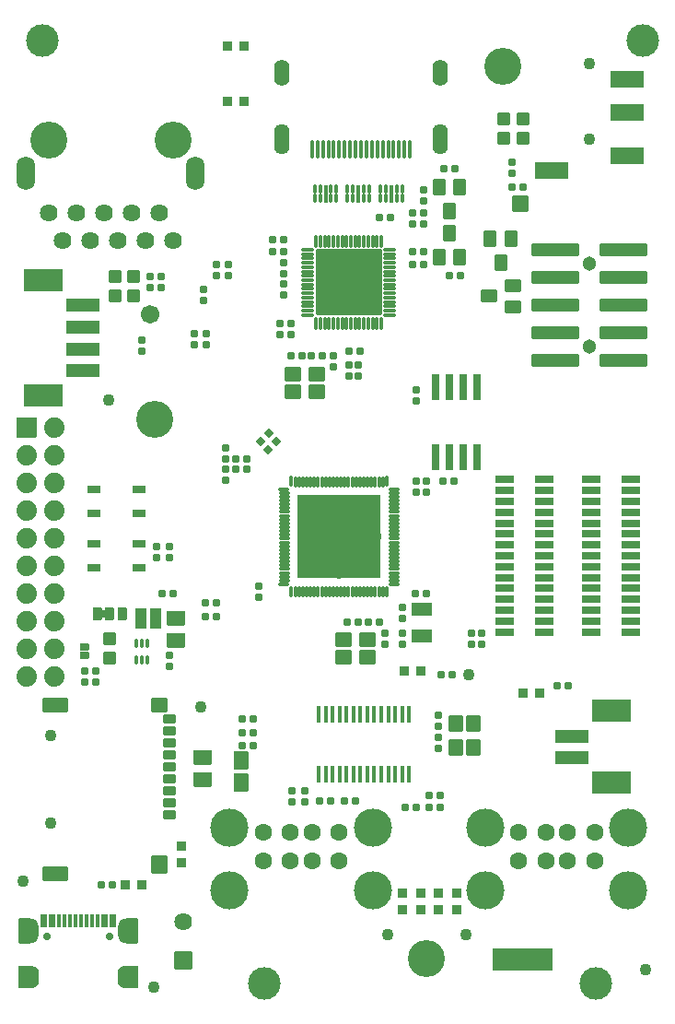
<source format=gbr>
%TF.GenerationSoftware,KiCad,Pcbnew,7.0.9-7.0.9~ubuntu22.04.1*%
%TF.CreationDate,2026-01-29T14:23:22+02:00*%
%TF.ProjectId,ESP32-P4-PC_Rev_B,45535033-322d-4503-942d-50435f526576,B*%
%TF.SameCoordinates,PX80befc0PY7459280*%
%TF.FileFunction,Soldermask,Top*%
%TF.FilePolarity,Negative*%
%FSLAX46Y46*%
G04 Gerber Fmt 4.6, Leading zero omitted, Abs format (unit mm)*
G04 Created by KiCad (PCBNEW 7.0.9-7.0.9~ubuntu22.04.1) date 2026-01-29 14:23:22*
%MOMM*%
%LPD*%
G01*
G04 APERTURE LIST*
G04 Aperture macros list*
%AMRoundRect*
0 Rectangle with rounded corners*
0 $1 Rounding radius*
0 $2 $3 $4 $5 $6 $7 $8 $9 X,Y pos of 4 corners*
0 Add a 4 corners polygon primitive as box body*
4,1,4,$2,$3,$4,$5,$6,$7,$8,$9,$2,$3,0*
0 Add four circle primitives for the rounded corners*
1,1,$1+$1,$2,$3*
1,1,$1+$1,$4,$5*
1,1,$1+$1,$6,$7*
1,1,$1+$1,$8,$9*
0 Add four rect primitives between the rounded corners*
20,1,$1+$1,$2,$3,$4,$5,0*
20,1,$1+$1,$4,$5,$6,$7,0*
20,1,$1+$1,$6,$7,$8,$9,0*
20,1,$1+$1,$8,$9,$2,$3,0*%
G04 Aperture macros list end*
%ADD10C,0.100000*%
%ADD11RoundRect,0.050800X-0.150000X-0.575000X0.150000X-0.575000X0.150000X0.575000X-0.150000X0.575000X0*%
%ADD12RoundRect,0.050800X-0.125000X-0.575000X0.125000X-0.575000X0.125000X0.575000X-0.125000X0.575000X0*%
%ADD13RoundRect,0.050800X-0.550000X-1.000000X0.550000X-1.000000X0.550000X1.000000X-0.550000X1.000000X0*%
%ADD14O,1.401600X2.101600*%
%ADD15RoundRect,0.050800X-0.550000X-1.100000X0.550000X-1.100000X0.550000X1.100000X-0.550000X1.100000X0*%
%ADD16O,1.301600X2.301600*%
%ADD17C,0.701600*%
%ADD18RoundRect,0.050800X-0.275000X0.250000X-0.275000X-0.250000X0.275000X-0.250000X0.275000X0.250000X0*%
%ADD19RoundRect,0.050800X0.275000X-0.250000X0.275000X0.250000X-0.275000X0.250000X-0.275000X-0.250000X0*%
%ADD20RoundRect,0.050800X0.500000X-0.700000X0.500000X0.700000X-0.500000X0.700000X-0.500000X-0.700000X0*%
%ADD21C,1.101600*%
%ADD22RoundRect,0.050800X0.250000X0.275000X-0.250000X0.275000X-0.250000X-0.275000X0.250000X-0.275000X0*%
%ADD23RoundRect,0.050800X-0.250000X-0.275000X0.250000X-0.275000X0.250000X0.275000X-0.250000X0.275000X0*%
%ADD24RoundRect,0.050800X0.825000X-0.300000X0.825000X0.300000X-0.825000X0.300000X-0.825000X-0.300000X0*%
%ADD25O,1.401600X2.401600*%
%ADD26O,1.401600X2.801600*%
%ADD27RoundRect,0.050800X0.125000X-0.800000X0.125000X0.800000X-0.125000X0.800000X-0.125000X-0.800000X0*%
%ADD28RoundRect,0.050800X0.400000X0.400000X-0.400000X0.400000X-0.400000X-0.400000X0.400000X-0.400000X0*%
%ADD29RoundRect,0.050800X-0.525000X-0.325000X0.525000X-0.325000X0.525000X0.325000X-0.525000X0.325000X0*%
%ADD30RoundRect,0.050800X-0.400000X0.400000X-0.400000X-0.400000X0.400000X-0.400000X0.400000X0.400000X0*%
%ADD31RoundRect,0.050800X-0.450000X-0.900000X0.450000X-0.900000X0.450000X0.900000X-0.450000X0.900000X0*%
%ADD32RoundRect,0.050800X0.762000X0.635000X-0.762000X0.635000X-0.762000X-0.635000X0.762000X-0.635000X0*%
%ADD33RoundRect,0.050800X-0.508000X0.508000X-0.508000X-0.508000X0.508000X-0.508000X0.508000X0.508000X0*%
%ADD34RoundRect,0.050800X0.700000X0.600000X-0.700000X0.600000X-0.700000X-0.600000X0.700000X-0.600000X0*%
%ADD35RoundRect,0.050800X-0.500000X0.700000X-0.500000X-0.700000X0.500000X-0.700000X0.500000X0.700000X0*%
%ADD36C,1.301600*%
%ADD37RoundRect,0.050800X-2.125000X-0.500000X2.125000X-0.500000X2.125000X0.500000X-2.125000X0.500000X0*%
%ADD38RoundRect,0.050800X0.900000X-0.500000X0.900000X0.500000X-0.900000X0.500000X-0.900000X-0.500000X0*%
%ADD39RoundRect,0.050800X-0.371231X-0.017678X-0.017678X-0.371231X0.371231X0.017678X0.017678X0.371231X0*%
%ADD40RoundRect,0.050800X0.371231X0.017678X0.017678X0.371231X-0.371231X-0.017678X-0.017678X-0.371231X0*%
%ADD41RoundRect,0.050800X0.425000X0.087500X-0.425000X0.087500X-0.425000X-0.087500X0.425000X-0.087500X0*%
%ADD42RoundRect,0.050800X0.450000X0.087500X-0.450000X0.087500X-0.450000X-0.087500X0.450000X-0.087500X0*%
%ADD43RoundRect,0.050800X-0.087500X0.425000X-0.087500X-0.425000X0.087500X-0.425000X0.087500X0.425000X0*%
%ADD44RoundRect,0.050800X-0.087500X0.450000X-0.087500X-0.450000X0.087500X-0.450000X0.087500X0.450000X0*%
%ADD45C,1.701600*%
%ADD46C,2.501600*%
%ADD47RoundRect,0.050800X3.800000X3.800000X-3.800000X3.800000X-3.800000X-3.800000X3.800000X-3.800000X0*%
%ADD48RoundRect,0.050800X-0.100000X-0.337500X0.100000X-0.337500X0.100000X0.337500X-0.100000X0.337500X0*%
%ADD49RoundRect,0.050800X-0.150000X-0.387500X0.150000X-0.387500X0.150000X0.387500X-0.150000X0.387500X0*%
%ADD50RoundRect,0.050800X0.508000X-0.508000X0.508000X0.508000X-0.508000X0.508000X-0.508000X-0.508000X0*%
%ADD51RoundRect,0.050800X-0.160000X0.750000X-0.160000X-0.750000X0.160000X-0.750000X0.160000X0.750000X0*%
%ADD52C,3.501600*%
%ADD53C,1.601600*%
%ADD54RoundRect,0.050800X1.750000X-1.000000X1.750000X1.000000X-1.750000X1.000000X-1.750000X-1.000000X0*%
%ADD55RoundRect,0.050800X1.500000X-0.500000X1.500000X0.500000X-1.500000X0.500000X-1.500000X-0.500000X0*%
%ADD56C,3.000000*%
%ADD57RoundRect,0.050800X-0.300000X-1.100000X0.300000X-1.100000X0.300000X1.100000X-0.300000X1.100000X0*%
%ADD58RoundRect,0.050800X-0.400000X-0.400000X0.400000X-0.400000X0.400000X0.400000X-0.400000X0.400000X0*%
%ADD59RoundRect,0.050800X-0.125000X0.350000X-0.125000X-0.350000X0.125000X-0.350000X0.125000X0.350000X0*%
%ADD60RoundRect,0.050800X-0.762000X-0.635000X0.762000X-0.635000X0.762000X0.635000X-0.762000X0.635000X0*%
%ADD61RoundRect,0.050800X0.500000X0.100000X-0.500000X0.100000X-0.500000X-0.100000X0.500000X-0.100000X0*%
%ADD62RoundRect,0.050800X0.500000X-0.100000X0.500000X0.100000X-0.500000X0.100000X-0.500000X-0.100000X0*%
%ADD63RoundRect,0.050800X0.100000X0.500000X-0.100000X0.500000X-0.100000X-0.500000X0.100000X-0.500000X0*%
%ADD64RoundRect,0.050800X0.100000X-0.500000X0.100000X0.500000X-0.100000X0.500000X-0.100000X-0.500000X0*%
%ADD65C,1.901600*%
%ADD66RoundRect,0.050800X3.000000X3.000000X-3.000000X3.000000X-3.000000X-3.000000X3.000000X-3.000000X0*%
%ADD67C,3.401601*%
%ADD68O,1.701600X3.101599*%
%ADD69C,1.625600*%
%ADD70RoundRect,0.050800X-0.700000X-0.500000X0.700000X-0.500000X0.700000X0.500000X-0.700000X0.500000X0*%
%ADD71RoundRect,0.050800X0.600000X-0.700000X0.600000X0.700000X-0.600000X0.700000X-0.600000X-0.700000X0*%
%ADD72RoundRect,0.050800X0.550000X-0.350000X0.550000X0.350000X-0.550000X0.350000X-0.550000X-0.350000X0*%
%ADD73RoundRect,0.050800X0.700000X-0.600000X0.700000X0.600000X-0.700000X0.600000X-0.700000X-0.600000X0*%
%ADD74RoundRect,0.050800X0.700000X-0.800000X0.700000X0.800000X-0.700000X0.800000X-0.700000X-0.800000X0*%
%ADD75RoundRect,0.050800X1.100000X-0.600000X1.100000X0.600000X-1.100000X0.600000X-1.100000X-0.600000X0*%
%ADD76RoundRect,0.050800X0.635000X-0.762000X0.635000X0.762000X-0.635000X0.762000X-0.635000X-0.762000X0*%
%ADD77RoundRect,0.050800X-1.500000X0.750000X-1.500000X-0.750000X1.500000X-0.750000X1.500000X0.750000X0*%
%ADD78RoundRect,0.050800X-0.762000X0.762000X-0.762000X-0.762000X0.762000X-0.762000X0.762000X0.762000X0*%
%ADD79RoundRect,0.050800X-1.500000X0.500000X-1.500000X-0.500000X1.500000X-0.500000X1.500000X0.500000X0*%
%ADD80RoundRect,0.050800X-1.750000X1.000000X-1.750000X-1.000000X1.750000X-1.000000X1.750000X1.000000X0*%
%ADD81RoundRect,0.050800X0.508000X0.508000X-0.508000X0.508000X-0.508000X-0.508000X0.508000X-0.508000X0*%
%ADD82RoundRect,0.050800X-0.889000X0.889000X-0.889000X-0.889000X0.889000X-0.889000X0.889000X0.889000X0*%
%ADD83C,1.879600*%
%ADD84RoundRect,0.050800X0.400000X-0.400000X0.400000X0.400000X-0.400000X0.400000X-0.400000X-0.400000X0*%
%ADD85C,3.401600*%
%ADD86RoundRect,0.050800X-0.381000X-0.508000X0.381000X-0.508000X0.381000X0.508000X-0.381000X0.508000X0*%
%ADD87RoundRect,0.050800X-0.254000X-0.254000X0.254000X-0.254000X0.254000X0.254000X-0.254000X0.254000X0*%
%ADD88RoundRect,0.050800X0.381000X-0.254000X0.381000X0.254000X-0.381000X0.254000X-0.381000X-0.254000X0*%
%ADD89RoundRect,0.050800X-0.700000X0.700000X-0.700000X-0.700000X0.700000X-0.700000X0.700000X0.700000X0*%
G04 APERTURE END LIST*
D10*
X44578000Y4906000D02*
X50039000Y4906000D01*
X50039000Y3001000D01*
X44578000Y3001000D01*
X44578000Y4906000D01*
G36*
X44578000Y4906000D02*
G01*
X50039000Y4906000D01*
X50039000Y3001000D01*
X44578000Y3001000D01*
X44578000Y4906000D01*
G37*
D11*
%TO.C,USB-Serial/JTAG1*%
X3425000Y7432000D03*
X4225000Y7432000D03*
D12*
X4750000Y7432000D03*
X5750000Y7432000D03*
X7250000Y7432000D03*
X8250000Y7432000D03*
D11*
X8775000Y7432000D03*
X9575000Y7432000D03*
X9825000Y7432000D03*
X9025000Y7432000D03*
D12*
X7750000Y7432000D03*
X6750000Y7432000D03*
X6250000Y7432000D03*
X5250000Y7432000D03*
D11*
X3975000Y7432000D03*
X3175000Y7432000D03*
D13*
X1572400Y2350000D03*
D14*
X2180000Y2350000D03*
X10820000Y2350000D03*
D13*
X11427600Y2350000D03*
D15*
X1572400Y6530000D03*
D16*
X2180000Y6530000D03*
X10820000Y6530000D03*
D15*
X11427600Y6530000D03*
D17*
X3610000Y6030000D03*
X9390000Y6030000D03*
%TD*%
D18*
%TO.C,C73*%
X39625000Y25353000D03*
D19*
X39625000Y26369000D03*
%TD*%
D20*
%TO.C,FET7*%
X41590960Y74847440D03*
X39688500Y74847440D03*
X40643540Y72637640D03*
%TD*%
D21*
%TO.C,+5V1*%
X34926000Y6176000D03*
%TD*%
D22*
%TO.C,R86*%
X40641000Y66755000D03*
D23*
X41657000Y66755000D03*
%TD*%
D24*
%TO.C,MIPI-CSI1*%
X45675000Y48000000D03*
X45675000Y47000000D03*
X45675000Y46000000D03*
X45675000Y45000000D03*
X45675000Y44000000D03*
X45675000Y43000000D03*
X45675000Y42000000D03*
X45675000Y41000000D03*
X45675000Y40000000D03*
X45675000Y39000000D03*
X45675000Y38000000D03*
X45675000Y37000000D03*
X45675000Y36000000D03*
X45675000Y35000000D03*
X45675000Y34000000D03*
X49325000Y34000000D03*
X49325000Y35000000D03*
X49325000Y36000000D03*
X49325000Y37000000D03*
X49325000Y38000000D03*
X49325000Y39000000D03*
X49325000Y40000000D03*
X49325000Y41000000D03*
X49325000Y42000000D03*
X49325000Y43000000D03*
X49325000Y44000000D03*
X49325000Y45000000D03*
X49325000Y46000000D03*
X49325000Y47000000D03*
X49325000Y48000000D03*
%TD*%
D25*
%TO.C,HDMI1*%
X25200000Y85350000D03*
D26*
X25200000Y79300000D03*
D25*
X39800000Y85350000D03*
D26*
X39800000Y79300000D03*
D27*
X28000000Y78350000D03*
X28500000Y78350000D03*
X29000000Y78350000D03*
X29500000Y78350000D03*
X30000000Y78350000D03*
X30500000Y78350000D03*
X31000000Y78350000D03*
X31500000Y78350000D03*
X32000000Y78350000D03*
X32500000Y78350000D03*
X33000000Y78350000D03*
X33500000Y78350000D03*
X34000000Y78350000D03*
X34500000Y78350000D03*
X35000000Y78350000D03*
X35500000Y78350000D03*
X36000000Y78350000D03*
X36500000Y78350000D03*
X37000000Y78350000D03*
%TD*%
D28*
%TO.C,USER_LED1*%
X36450000Y30433000D03*
X37974000Y30433000D03*
%TD*%
D19*
%TO.C,C28*%
X20067000Y48975000D03*
D18*
X20067000Y47959000D03*
%TD*%
D28*
%TO.C,LED_LINK1*%
X20194000Y87837000D03*
X21718000Y87837000D03*
%TD*%
D19*
%TO.C,C38*%
X37593000Y56214000D03*
D18*
X37593000Y55198000D03*
%TD*%
D22*
%TO.C,C114*%
X26036000Y59389000D03*
D23*
X27052000Y59389000D03*
%TD*%
D29*
%TO.C,BOOT1*%
X7925000Y42075000D03*
X12075000Y42075000D03*
X7925000Y39925000D03*
X12075000Y39925000D03*
%TD*%
D23*
%TO.C,R64*%
X47372000Y74883000D03*
D22*
X46356000Y74883000D03*
%TD*%
D19*
%TO.C,R21*%
X18035000Y65485000D03*
D18*
X18035000Y64469000D03*
%TD*%
D22*
%TO.C,R74*%
X36577000Y17860000D03*
D23*
X37593000Y17860000D03*
%TD*%
D22*
%TO.C,R94*%
X7113000Y30433000D03*
D23*
X8129000Y30433000D03*
%TD*%
D30*
%TO.C,LED_HOST3*%
X39625000Y8462000D03*
X39625000Y9986000D03*
%TD*%
D22*
%TO.C,R12*%
X21591000Y24718000D03*
D23*
X22607000Y24718000D03*
%TD*%
D19*
%TO.C,C107*%
X26036000Y62310000D03*
D18*
X26036000Y61294000D03*
%TD*%
D22*
%TO.C,R26*%
X20956000Y49864000D03*
D23*
X21972000Y49864000D03*
%TD*%
D31*
%TO.C,L4*%
X12255000Y35259000D03*
X13655000Y35259000D03*
%TD*%
D32*
%TO.C,C14*%
X17908000Y20400000D03*
X17908000Y22432000D03*
%TD*%
D33*
%TO.C,C35*%
X9399000Y33354000D03*
X9399000Y31576000D03*
%TD*%
D34*
%TO.C,Q6*%
X28406000Y57649000D03*
X26206000Y56049000D03*
X28406000Y56049000D03*
X26206000Y57649000D03*
%TD*%
D18*
%TO.C,R85*%
X31370000Y57484000D03*
D19*
X31370000Y58500000D03*
%TD*%
D34*
%TO.C,Q3*%
X33105000Y33265000D03*
X30905000Y31665000D03*
X33105000Y31665000D03*
X30905000Y33265000D03*
%TD*%
D19*
%TO.C,R69*%
X27306000Y19384000D03*
D18*
X27306000Y18368000D03*
%TD*%
D35*
%TO.C,FET8*%
X39691040Y68441560D03*
X41593500Y68441560D03*
X40638460Y70651360D03*
%TD*%
D23*
%TO.C,R87*%
X28957000Y59389000D03*
D22*
X27941000Y59389000D03*
%TD*%
D18*
%TO.C,C1*%
X36323000Y32846000D03*
D19*
X36323000Y33862000D03*
%TD*%
%TO.C,R84*%
X38228000Y72470000D03*
D18*
X38228000Y71454000D03*
%TD*%
D28*
%TO.C,LED_ACT1*%
X20194000Y82757000D03*
X21718000Y82757000D03*
%TD*%
D23*
%TO.C,R48*%
X41022000Y47832000D03*
D22*
X40006000Y47832000D03*
%TD*%
D19*
%TO.C,C72*%
X39625000Y24337000D03*
D18*
X39625000Y23321000D03*
%TD*%
D36*
%TO.C,UEXT1*%
X53500000Y67810000D03*
X53500000Y60190000D03*
D37*
X50375000Y69080000D03*
X56625000Y69080000D03*
X50375000Y66540000D03*
X56625000Y66540000D03*
X50375000Y64000000D03*
X56625000Y64000000D03*
X50375000Y61460000D03*
X56625000Y61460000D03*
X50375000Y58920000D03*
X56625000Y58920000D03*
%TD*%
D38*
%TO.C,Q1*%
X38101000Y33628000D03*
X38101000Y36128000D03*
%TD*%
D23*
%TO.C,C106*%
X32386000Y59770000D03*
D22*
X31370000Y59770000D03*
%TD*%
D39*
%TO.C,R15*%
X23982210Y50774790D03*
D40*
X23263790Y51493210D03*
%TD*%
D18*
%TO.C,C113*%
X29973000Y58373000D03*
D19*
X29973000Y59389000D03*
%TD*%
D30*
%TO.C,LED_HOST4*%
X41276000Y8462000D03*
X41276000Y9986000D03*
%TD*%
D41*
%TO.C,U1*%
X35556000Y38377000D03*
D42*
X35531000Y38727000D03*
X35531000Y39077000D03*
X35531000Y39427000D03*
X35531000Y39777000D03*
X35531000Y40127000D03*
X35531000Y40477000D03*
X35531000Y40827000D03*
X35531000Y41177000D03*
X35531000Y41527000D03*
X35531000Y41877000D03*
X35531000Y42227000D03*
X35531000Y42577000D03*
X35531000Y42927000D03*
X35531000Y43277000D03*
X35531000Y43627000D03*
X35531000Y43977000D03*
X35531000Y44327000D03*
X35531000Y44677000D03*
X35531000Y45027000D03*
X35531000Y45377000D03*
X35531000Y45727000D03*
X35531000Y46077000D03*
X35531000Y46427000D03*
X35531000Y46777000D03*
D41*
X35556000Y47127000D03*
D43*
X34856000Y47827000D03*
D44*
X34506000Y47802000D03*
X34156000Y47802000D03*
X33806000Y47802000D03*
X33456000Y47802000D03*
X33106000Y47802000D03*
X32756000Y47802000D03*
X32406000Y47802000D03*
X32056000Y47802000D03*
X31706000Y47802000D03*
X31356000Y47802000D03*
X31006000Y47802000D03*
X30656000Y47802000D03*
X30306000Y47802000D03*
X29956000Y47802000D03*
X29606000Y47802000D03*
X29256000Y47802000D03*
X28906000Y47802000D03*
X28556000Y47802000D03*
X28206000Y47802000D03*
X27856000Y47802000D03*
X27506000Y47802000D03*
X27156000Y47802000D03*
X26806000Y47802000D03*
X26456000Y47802000D03*
D43*
X26106000Y47827000D03*
D41*
X25406000Y47127000D03*
D42*
X25431000Y46777000D03*
X25431000Y46427000D03*
X25431000Y46077000D03*
X25431000Y45727000D03*
X25431000Y45377000D03*
X25431000Y45027000D03*
X25431000Y44677000D03*
X25431000Y44327000D03*
X25431000Y43977000D03*
X25431000Y43627000D03*
X25431000Y43277000D03*
X25431000Y42927000D03*
X25431000Y42577000D03*
X25431000Y42227000D03*
X25431000Y41877000D03*
X25431000Y41527000D03*
X25431000Y41177000D03*
X25431000Y40827000D03*
X25431000Y40477000D03*
X25431000Y40127000D03*
X25431000Y39777000D03*
X25431000Y39427000D03*
X25431000Y39077000D03*
X25431000Y38727000D03*
D41*
X25406000Y38377000D03*
D43*
X26106000Y37677000D03*
D44*
X26456000Y37702000D03*
X26806000Y37702000D03*
X27156000Y37702000D03*
X27506000Y37702000D03*
X27856000Y37702000D03*
X28206000Y37702000D03*
X28556000Y37702000D03*
X28906000Y37702000D03*
X29256000Y37702000D03*
X29606000Y37702000D03*
X29956000Y37702000D03*
X30306000Y37702000D03*
X30656000Y37702000D03*
X31006000Y37702000D03*
X31356000Y37702000D03*
X31706000Y37702000D03*
X32056000Y37702000D03*
X32406000Y37702000D03*
X32756000Y37702000D03*
X33106000Y37702000D03*
X33456000Y37702000D03*
X33806000Y37702000D03*
X34156000Y37702000D03*
X34506000Y37702000D03*
D43*
X34856000Y37677000D03*
D45*
X30481000Y39752000D03*
X27481000Y42752000D03*
D46*
X30481000Y42752000D03*
D47*
X30481000Y42752000D03*
D45*
X33481000Y42752000D03*
X30481000Y45752000D03*
%TD*%
D23*
%TO.C,R46*%
X19178000Y35386000D03*
D22*
X18162000Y35386000D03*
%TD*%
D30*
%TO.C,LED_HOST2*%
X37974000Y8462000D03*
X37974000Y9986000D03*
%TD*%
D21*
%TO.C,DC_VIN1*%
X42165000Y6176000D03*
%TD*%
D48*
%TO.C,U9*%
X28248000Y73810500D03*
X28748000Y73810500D03*
D49*
X29248000Y73860500D03*
D48*
X29748000Y73810500D03*
X30248000Y73810500D03*
X30248000Y74685500D03*
X29748000Y74685500D03*
D49*
X29248000Y74635500D03*
D48*
X28748000Y74685500D03*
X28248000Y74685500D03*
%TD*%
D19*
%TO.C,C29*%
X43562000Y33862000D03*
D18*
X43562000Y32846000D03*
%TD*%
D50*
%TO.C,C16*%
X9907000Y64850000D03*
X9907000Y66628000D03*
%TD*%
D24*
%TO.C,MIPI-DSI1*%
X53675000Y48000000D03*
X53675000Y47000000D03*
X53675000Y46000000D03*
X53675000Y45000000D03*
X53675000Y44000000D03*
X53675000Y43000000D03*
X53675000Y42000000D03*
X53675000Y41000000D03*
X53675000Y40000000D03*
X53675000Y39000000D03*
X53675000Y38000000D03*
X53675000Y37000000D03*
X53675000Y36000000D03*
X53675000Y35000000D03*
X53675000Y34000000D03*
X57325000Y34000000D03*
X57325000Y35000000D03*
X57325000Y36000000D03*
X57325000Y37000000D03*
X57325000Y38000000D03*
X57325000Y39000000D03*
X57325000Y40000000D03*
X57325000Y41000000D03*
X57325000Y42000000D03*
X57325000Y43000000D03*
X57325000Y44000000D03*
X57325000Y45000000D03*
X57325000Y46000000D03*
X57325000Y47000000D03*
X57325000Y48000000D03*
%TD*%
D51*
%TO.C,U7*%
X36927000Y26408000D03*
X36287000Y26408000D03*
X35647000Y26408000D03*
X35007000Y26408000D03*
X34367000Y26408000D03*
X33727000Y26408000D03*
X33087000Y26408000D03*
X32447000Y26408000D03*
X31807000Y26408000D03*
X31167000Y26408000D03*
X30527000Y26408000D03*
X29887000Y26408000D03*
X29247000Y26408000D03*
X28607000Y26408000D03*
X28607000Y20908000D03*
X29247000Y20908000D03*
X29887000Y20908000D03*
X30527000Y20908000D03*
X31167000Y20908000D03*
X31807000Y20908000D03*
X32447000Y20908000D03*
X33087000Y20908000D03*
X33727000Y20908000D03*
X34367000Y20908000D03*
X35007000Y20908000D03*
X35647000Y20908000D03*
X36287000Y20908000D03*
X36927000Y20908000D03*
%TD*%
D18*
%TO.C,R63*%
X46356000Y76153000D03*
D19*
X46356000Y77169000D03*
%TD*%
D22*
%TO.C,R73*%
X38736000Y19003000D03*
D23*
X39752000Y19003000D03*
%TD*%
D19*
%TO.C,R88*%
X37212000Y72470000D03*
D18*
X37212000Y71454000D03*
%TD*%
D19*
%TO.C,R8*%
X20321000Y67771000D03*
D18*
X20321000Y66755000D03*
%TD*%
%TO.C,R47*%
X14860000Y30814000D03*
D19*
X14860000Y31830000D03*
%TD*%
D52*
%TO.C,USB_HOST3-4*%
X43930000Y16000000D03*
X43930000Y10300000D03*
X57070000Y16000000D03*
X57070000Y10300000D03*
D53*
X47000000Y15620000D03*
X49500000Y15620000D03*
X51500000Y15620000D03*
X54000000Y15620000D03*
X47000000Y13000000D03*
X49500000Y13000000D03*
X51500000Y13000000D03*
X54000000Y13000000D03*
%TD*%
D54*
%TO.C,BAT1*%
X55509000Y20148000D03*
X55509000Y26748000D03*
D55*
X51884000Y24448000D03*
X51884000Y22448000D03*
%TD*%
D48*
%TO.C,U10*%
X31259000Y73810500D03*
X31759000Y73810500D03*
D49*
X32259000Y73860500D03*
D48*
X32759000Y73810500D03*
X33259000Y73810500D03*
X33259000Y74685500D03*
X32759000Y74685500D03*
D49*
X32259000Y74635500D03*
D48*
X31759000Y74685500D03*
X31259000Y74685500D03*
%TD*%
D23*
%TO.C,R76*%
X38228000Y67771000D03*
D22*
X37212000Y67771000D03*
%TD*%
D18*
%TO.C,C105*%
X32259000Y57484000D03*
D19*
X32259000Y58500000D03*
%TD*%
D22*
%TO.C,C95*%
X34164000Y72089000D03*
D23*
X35180000Y72089000D03*
%TD*%
D19*
%TO.C,C30*%
X42673000Y33862000D03*
D18*
X42673000Y32846000D03*
%TD*%
%TO.C,C21*%
X12320000Y59770000D03*
D19*
X12320000Y60786000D03*
%TD*%
D56*
%TO.C,FID2*%
X3176000Y88345000D03*
%TD*%
D57*
%TO.C,U3*%
X39371000Y50058000D03*
X40641000Y50058000D03*
X41911000Y50058000D03*
X43181000Y50058000D03*
X43181000Y56528000D03*
X41911000Y56528000D03*
X40641000Y56528000D03*
X39371000Y56528000D03*
%TD*%
D22*
%TO.C,R72*%
X38736000Y17860000D03*
D23*
X39752000Y17860000D03*
%TD*%
D18*
%TO.C,C27*%
X20067000Y49864000D03*
D19*
X20067000Y50880000D03*
%TD*%
D29*
%TO.C,RST1*%
X7925000Y47075000D03*
X12075000Y47075000D03*
X7925000Y44925000D03*
X12075000Y44925000D03*
%TD*%
D22*
%TO.C,C45*%
X31243000Y34878000D03*
D23*
X32259000Y34878000D03*
%TD*%
%TO.C,R83*%
X41149000Y76534000D03*
D22*
X40133000Y76534000D03*
%TD*%
D21*
%TO.C,GND1*%
X58675000Y3001000D03*
%TD*%
D19*
%TO.C,C19*%
X13082000Y66628000D03*
D18*
X13082000Y65612000D03*
%TD*%
D58*
%TO.C,PWR1*%
X12320000Y10748000D03*
X10796000Y10748000D03*
%TD*%
D52*
%TO.C,USB_HOST1-2*%
X20430000Y16000000D03*
X20430000Y10300000D03*
X33570000Y16000000D03*
X33570000Y10300000D03*
D53*
X23500000Y15620000D03*
X26000000Y15620000D03*
X28000000Y15620000D03*
X30500000Y15620000D03*
X23500000Y13000000D03*
X26000000Y13000000D03*
X28000000Y13000000D03*
X30500000Y13000000D03*
%TD*%
D23*
%TO.C,R16*%
X22607000Y23575000D03*
D22*
X21591000Y23575000D03*
%TD*%
D59*
%TO.C,U5*%
X12820000Y32961000D03*
X12320000Y32961000D03*
X11820000Y32961000D03*
X11820000Y31461000D03*
X12320000Y31461000D03*
X12820000Y31461000D03*
%TD*%
D60*
%TO.C,C65*%
X15495000Y35259000D03*
X15495000Y33227000D03*
%TD*%
D18*
%TO.C,C6*%
X38482000Y46816000D03*
D19*
X38482000Y47832000D03*
%TD*%
D61*
%TO.C,U12*%
X35120000Y63120000D03*
X35120000Y63520000D03*
X35120000Y63920000D03*
X35120000Y64320000D03*
X35120000Y64720000D03*
X35120000Y65120000D03*
X35120000Y65520000D03*
X35120000Y65920000D03*
X35120000Y66320000D03*
X35120000Y66720000D03*
X35120000Y67120000D03*
X35120000Y67520000D03*
X35120000Y67920000D03*
X35120000Y68320000D03*
D62*
X35120000Y68720000D03*
X35120000Y69120000D03*
D63*
X34370000Y69870000D03*
X33970000Y69870000D03*
X33570000Y69870000D03*
X33170000Y69870000D03*
X32770000Y69870000D03*
X32370000Y69870000D03*
X31970000Y69870000D03*
X31570000Y69870000D03*
X31170000Y69870000D03*
X30770000Y69870000D03*
X30370000Y69870000D03*
X29970000Y69870000D03*
D64*
X29570000Y69870000D03*
X29170000Y69870000D03*
X28770000Y69870000D03*
X28370000Y69870000D03*
D61*
X27620000Y69120000D03*
X27620000Y68720000D03*
X27620000Y68320000D03*
X27620000Y67920000D03*
X27620000Y67520000D03*
X27620000Y67120000D03*
X27620000Y66720000D03*
X27620000Y66320000D03*
X27620000Y65920000D03*
X27620000Y65520000D03*
D62*
X27620000Y65120000D03*
X27620000Y64720000D03*
X27620000Y64320000D03*
X27620000Y63920000D03*
X27620000Y63520000D03*
X27620000Y63120000D03*
D63*
X28370000Y62370000D03*
X28770000Y62370000D03*
X29170000Y62370000D03*
X29570000Y62370000D03*
X29970000Y62370000D03*
X30370000Y62370000D03*
X30770000Y62370000D03*
X31170000Y62370000D03*
X31570000Y62370000D03*
X31970000Y62370000D03*
X32370000Y62370000D03*
X32770000Y62370000D03*
X33170000Y62370000D03*
X33570000Y62370000D03*
X33970000Y62370000D03*
X34370000Y62370000D03*
D21*
X28870000Y63620000D03*
X33870000Y63620000D03*
D65*
X31370000Y66120000D03*
D66*
X31370000Y66120000D03*
D21*
X28870000Y68620000D03*
X33870000Y68620000D03*
%TD*%
D23*
%TO.C,R36*%
X8129000Y29417000D03*
D22*
X7113000Y29417000D03*
%TD*%
D21*
%TO.C,+5V_POE1*%
X9272000Y55325000D03*
%TD*%
D67*
%TO.C,LAN1*%
X15215000Y79150000D03*
X3785000Y79150000D03*
D68*
X17300000Y76100000D03*
X1700000Y76100000D03*
D69*
X15215000Y69960000D03*
X13945000Y72500000D03*
X12675000Y69960000D03*
X11405000Y72500000D03*
X10135000Y69960000D03*
X8865000Y72500000D03*
X7595000Y69960000D03*
X6325000Y72500000D03*
X5055000Y69960000D03*
X3785000Y72500000D03*
%TD*%
D22*
%TO.C,R65*%
X37212000Y68914000D03*
D23*
X38228000Y68914000D03*
%TD*%
D70*
%TO.C,FET4*%
X46447440Y63900040D03*
X46447440Y65802500D03*
X44237640Y64847460D03*
%TD*%
D23*
%TO.C,C2*%
X38482000Y37545000D03*
D22*
X37466000Y37545000D03*
%TD*%
%TO.C,R11*%
X21591000Y25988000D03*
D23*
X22607000Y25988000D03*
%TD*%
D21*
%TO.C,VBAT1*%
X17781000Y27131000D03*
%TD*%
D71*
%TO.C,Q4*%
X42838000Y23364000D03*
X41238000Y25564000D03*
X41238000Y23364000D03*
X42838000Y25564000D03*
%TD*%
D21*
%TO.C,MICRO_SD1*%
X3967800Y16452000D03*
X3967800Y24453000D03*
D72*
X14850000Y17250000D03*
X14850000Y18350000D03*
X14850000Y19450000D03*
X14850000Y20550000D03*
X14850000Y21650000D03*
X14850000Y22750000D03*
X14850000Y23850000D03*
X14850000Y24950000D03*
X14850000Y26050000D03*
D73*
X13970000Y27250000D03*
D74*
X13970000Y12650000D03*
D75*
X4370000Y27250000D03*
X4370000Y11750000D03*
%TD*%
D19*
%TO.C,R70*%
X26163000Y19384000D03*
D18*
X26163000Y18368000D03*
%TD*%
%TO.C,R75*%
X38228000Y73613000D03*
D19*
X38228000Y74629000D03*
%TD*%
D76*
%TO.C,L1*%
X21464000Y20146000D03*
X21464000Y22178000D03*
%TD*%
D21*
%TO.C,HEADSETS1*%
X53500000Y86250000D03*
X53500000Y79250000D03*
D77*
X50000000Y76350000D03*
X57000000Y84750000D03*
X57000000Y81750000D03*
X57000000Y77750000D03*
%TD*%
D69*
%TO.C,C117*%
X16130000Y7367200D03*
D78*
X16130000Y3867200D03*
%TD*%
D39*
%TO.C,R14*%
X24744210Y51536790D03*
D40*
X24025790Y52255210D03*
%TD*%
D79*
%TO.C,POE_PWR1*%
X6900000Y58000000D03*
X6900000Y60000000D03*
X6900000Y62000000D03*
X6900000Y64000000D03*
D80*
X3275000Y55700000D03*
X3275000Y66300000D03*
%TD*%
D21*
%TO.C,+5V_EXT1*%
X13463000Y1350000D03*
%TD*%
D58*
%TO.C,CHARGE1*%
X48896000Y28401000D03*
X47372000Y28401000D03*
%TD*%
D23*
%TO.C,C62*%
X19178000Y36656000D03*
D22*
X18162000Y36656000D03*
%TD*%
D81*
%TO.C,C102*%
X47372000Y81106000D03*
X45594000Y81106000D03*
%TD*%
D19*
%TO.C,R7*%
X19178000Y67771000D03*
D18*
X19178000Y66755000D03*
%TD*%
D82*
%TO.C,EXT1*%
X1730000Y52730000D03*
D83*
X4270000Y52730000D03*
X1730000Y50190000D03*
X4270000Y50190000D03*
X1730000Y47650000D03*
X4270000Y47650000D03*
X1730000Y45110000D03*
X4270000Y45110000D03*
X1730000Y42570000D03*
X4270000Y42570000D03*
X1730000Y40030000D03*
X4270000Y40030000D03*
X1730000Y37490000D03*
X4270000Y37490000D03*
X1730000Y34950000D03*
X4270000Y34950000D03*
X1730000Y32410000D03*
X4270000Y32410000D03*
X1730000Y29870000D03*
X4270000Y29870000D03*
%TD*%
D19*
%TO.C,C60*%
X13717000Y41863000D03*
D18*
X13717000Y40847000D03*
%TD*%
D19*
%TO.C,C18*%
X14098000Y66628000D03*
D18*
X14098000Y65612000D03*
%TD*%
D23*
%TO.C,R32*%
X34164000Y34878000D03*
D22*
X33148000Y34878000D03*
%TD*%
D84*
%TO.C,ACT/SUS1*%
X16003000Y14304000D03*
X16003000Y12780000D03*
%TD*%
D48*
%TO.C,U11*%
X34307000Y73810500D03*
X34807000Y73810500D03*
D49*
X35307000Y73860500D03*
D48*
X35807000Y73810500D03*
X36307000Y73810500D03*
X36307000Y74685500D03*
X35807000Y74685500D03*
D49*
X35307000Y74635500D03*
D48*
X34807000Y74685500D03*
X34307000Y74685500D03*
%TD*%
D85*
%TO.C,MH1*%
X45500000Y86000000D03*
%TD*%
D56*
%TO.C,FID3*%
X58421000Y88345000D03*
%TD*%
D18*
%TO.C,C7*%
X37593000Y46816000D03*
D19*
X37593000Y47832000D03*
%TD*%
D22*
%TO.C,R42*%
X14225000Y37545000D03*
D23*
X15241000Y37545000D03*
%TD*%
D85*
%TO.C,MH2*%
X38500000Y4000000D03*
%TD*%
D19*
%TO.C,R9*%
X17146000Y61421000D03*
D18*
X17146000Y60405000D03*
%TD*%
D19*
%TO.C,R10*%
X18289000Y61421000D03*
D18*
X18289000Y60405000D03*
%TD*%
%TO.C,R43*%
X14860000Y40847000D03*
D19*
X14860000Y41863000D03*
%TD*%
D22*
%TO.C,R91*%
X50547000Y29036000D03*
D23*
X51563000Y29036000D03*
%TD*%
D18*
%TO.C,C52*%
X23115000Y37164000D03*
D19*
X23115000Y38180000D03*
%TD*%
D50*
%TO.C,C15*%
X11558000Y64850000D03*
X11558000Y66628000D03*
%TD*%
D18*
%TO.C,R13*%
X36323000Y35259000D03*
D19*
X36323000Y36275000D03*
%TD*%
D56*
%TO.C,FID1*%
X23623000Y1731000D03*
%TD*%
D86*
%TO.C,DCDC_Vin1*%
X8256000Y35640000D03*
D87*
X8637000Y35640000D03*
X9018000Y35640000D03*
D86*
X9399000Y35640000D03*
X10542000Y35640000D03*
%TD*%
D23*
%TO.C,R4*%
X40895000Y30052000D03*
D22*
X39879000Y30052000D03*
%TD*%
D30*
%TO.C,LED_HOST1*%
X36323000Y8462000D03*
X36323000Y9986000D03*
%TD*%
D18*
%TO.C,C44*%
X34672000Y32846000D03*
D19*
X34672000Y33862000D03*
%TD*%
D22*
%TO.C,C91*%
X28703000Y18495000D03*
D23*
X29719000Y18495000D03*
%TD*%
D18*
%TO.C,C109*%
X25401000Y64977000D03*
D19*
X25401000Y65993000D03*
%TD*%
D22*
%TO.C,R25*%
X20956000Y48975000D03*
D23*
X21972000Y48975000D03*
%TD*%
D22*
%TO.C,C67*%
X30989000Y18495000D03*
D23*
X32005000Y18495000D03*
%TD*%
D21*
%TO.C,+5V_USB1*%
X1398000Y11129000D03*
%TD*%
D22*
%TO.C,C112*%
X24385000Y70057000D03*
D23*
X25401000Y70057000D03*
%TD*%
D19*
%TO.C,C108*%
X25020000Y62310000D03*
D18*
X25020000Y61294000D03*
%TD*%
D81*
%TO.C,C103*%
X47372000Y79328000D03*
X45594000Y79328000D03*
%TD*%
D19*
%TO.C,C110*%
X25401000Y67898000D03*
D18*
X25401000Y66882000D03*
%TD*%
D22*
%TO.C,C111*%
X24385000Y68914000D03*
D23*
X25401000Y68914000D03*
%TD*%
D88*
%TO.C,PWR_SENS_E1*%
X7113000Y31830000D03*
X7113000Y32592000D03*
%TD*%
D56*
%TO.C,FID4*%
X54103000Y1731000D03*
%TD*%
D85*
%TO.C,MH3*%
X13500000Y53500000D03*
%TD*%
D21*
%TO.C,3.3V1*%
X42419000Y30052000D03*
%TD*%
D20*
%TO.C,FET3*%
X46289960Y70148440D03*
X44387500Y70148440D03*
X45342540Y67938640D03*
%TD*%
D23*
%TO.C,R39*%
X9653000Y10748000D03*
D22*
X8637000Y10748000D03*
%TD*%
D45*
%TO.C,U2*%
X13082000Y63199000D03*
%TD*%
D89*
%TO.C,U8*%
X47118000Y73359000D03*
%TD*%
M02*

</source>
